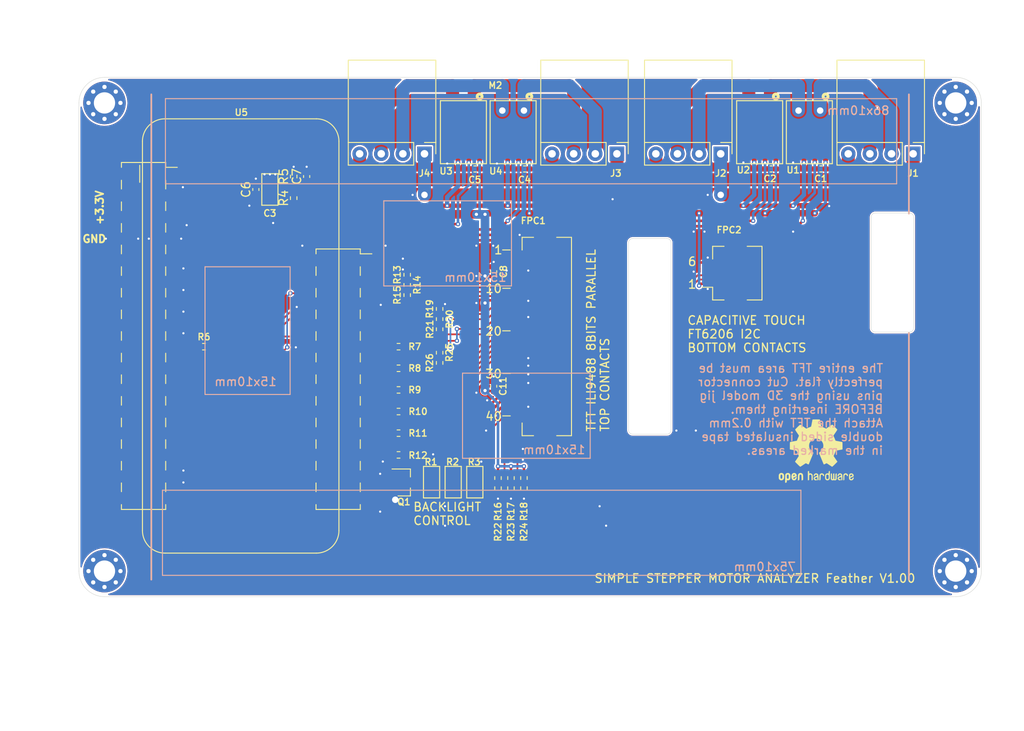
<source format=kicad_pcb>
(kicad_pcb (version 20210722) (generator pcbnew)
  (layers (0 "F.Cu" signal) (31 "B.Cu" signal) (34 "B.Paste" user) (35 "F.Paste" user) (36 "B.SilkS" user "B.Silkscreen") (37 "F.SilkS" user "F.Silkscreen") (38 "B.Mask" user) (39 "F.Mask" user) (44 "Edge.Cuts" user))
  (net 0 "")
  (net 1 "Net-(J2-Pad2)")
  (net 2 "/TFT_IM2")
  (net 3 "GND")
  (net 4 "+3V3")
  (net 5 "/TFT_IM1")
  (net 6 "Net-(J1-Pad3)")
  (net 7 "/D6")
  (net 8 "/D4")
  (net 9 "/TFT_DC")
  (net 10 "/D7")
  (net 11 "/D5")
  (net 12 "/SCL")
  (net 13 "/SDA")
  (net 14 "/D3")
  (net 15 "/D2")
  (net 16 "/D1")
  (net 17 "/D0")
  (net 18 "Net-(J1-Pad4)")
  (net 19 "/TFT_IM0")
  (net 20 "Net-(FPC1-Pad36)")
  (net 21 "Net-(FPC1-Pad35)")
  (net 22 "Net-(FPC1-Pad34)")
  (net 23 "Net-(FPC1-Pad24)")
  (net 24 "Net-(FPC1-Pad23)")
  (net 25 "Net-(FPC1-Pad22)")
  (net 26 "Net-(FPC1-Pad21)")
  (net 27 "Net-(FPC1-Pad20)")
  (net 28 "Net-(FPC1-Pad19)")
  (net 29 "/TFT_SDO")
  (net 30 "/TFT_SDI")
  (net 31 "/~{TFT_WR}_SCK")
  (net 32 "/~{TFT_CS}")
  (net 33 "Net-(FPC1-Pad8)")
  (net 39 "Net-(J1-Pad1)")
  (net 40 "Net-(J1-Pad2)")
  (net 41 "Net-(J2-Pad3)")
  (net 42 "Net-(J3-Pad1)")
  (net 43 "Net-(J3-Pad2)")
  (net 44 "Net-(J3-Pad3)")
  (net 45 "Net-(Q1-Pad3)")
  (net 46 "/TFT_BL")
  (net 47 "/~{TFT_RST}")
  (net 48 "/TFT_SYN")
  (net 49 "Net-(J3-Pad4)")
  (net 50 "Net-(J4-Pad2)")
  (net 51 "Net-(J4-Pad3)")
  (net 52 "/TFT_DC_CS")
  (net 53 "/TFT_D0_SDI")
  (net 54 "/TFT_D1_SDO")
  (net 55 "/CH1_A")
  (net 56 "/VREF")
  (net 57 "/CH1_B")
  (net 58 "/CH2_B")
  (net 59 "/CH2_A")
  (net 60 "unconnected-(U5-Pad1)")
  (net 61 "unconnected-(U5-Pad28)")
  (net 62 "unconnected-(U5-Pad27)")
  (net 63 "unconnected-(U5-Pad26)")
  (net 64 "/TP_INT")
  (net 65 "unconnected-(U5-Pad10)")
  (footprint "MountingHole:MountingHole_2.5mm_Pad_Via" (layer "F.Cu") (at 2 -58.000011)
    (fp_text reference "H2" hide)
    (fp_text value "MountingHole")
  )
  (footprint "MountingHole:MountingHole_2.5mm_Pad_Via" (layer "F.Cu") (at 102 -58)
    (fp_text reference "H3" hide)
    (fp_text value "MountingHole")
  )
  (footprint "MountingHole:MountingHole_2.5mm_Pad_Via" (layer "F.Cu") (at 102 -3)
    (fp_text reference "H4" hide)
    (fp_text value "MountingHole")
  )
  (footprint "stepper_motor_analyzer:SOIC-8_3.9x4.9mm_P1.27mm" (layer "F.Cu") (at 84.804 -54.562 -90)
    (fp_text reference "U1")
    (fp_text value "TMCS1100A4QDRQ1")
  )
  (footprint "Capacitor_SMD:C_0402_1005Metric_Pad0.74x0.62mm_HandSolder" (layer "F.Cu") (at 86.1415 -50.244)
    (fp_text reference "C1")
    (fp_text value "0.1u")
  )
  (footprint "stepper_motor_analyzer:SOIC-8_3.9x4.9mm_P1.27mm" (layer "F.Cu") (at 78.962 -54.562 -90)
    (fp_text reference "U2")
    (fp_text value "TMCS1100A4QDRQ1")
  )
  (footprint "stepper_motor_analyzer:connector_4pins_horizontal" (layer "F.Cu") (at 74.39 -52.022 -90)
    (fp_text reference "J2")
    (fp_text value "Connector_Conn_01x04_Male")
  )
  (footprint "stepper_motor_analyzer:null_footprint" (layer "F.Cu") (at 3 -0.5)
    (fp_text reference "M1" hide)
    (fp_text value "Motor")
  )
  (footprint "stepper_motor_analyzer:JUSHUO-AFC07-S40ECC-00_40P_05mm_flipped" (layer "F.Cu") (at 52.362 -30.559 90)
    (fp_text reference "FPC1")
    (fp_text value "Connector_Conn_01x40_Female")
  )
  (footprint "stepper_motor_analyzer:connector_4pins_horizontal" (layer "F.Cu") (at 96.996 -52.022 -90)
    (fp_text reference "J1")
    (fp_text value "Connector_Conn_01x04_Male")
  )
  (footprint "stepper_motor_analyzer:JUSHUO-AFC01-S06FCC-00_6p_05mm" (layer "F.Cu") (at 74.742 -38.004 90)
    (fp_text reference "FPC2")
    (fp_text value "FPC connector, 6 pins, 0.5mm, BOTTOM contacts")
  )
  (footprint "MountingHole:MountingHole_2.5mm_Pad_Via" (layer "F.Cu") (at 2 -3)
    (fp_text reference "H1" hide)
    (fp_text value "MountingHole")
  )
  (footprint "Capacitor_SMD:C_0402_1005Metric_Pad0.74x0.62mm_HandSolder" (layer "F.Cu") (at 80.2995 -50.244)
    (fp_text reference "C2")
    (fp_text value "0.1u")
  )
  (footprint "Symbol:OSHW-Logo2_9.8x8mm_SilkScreen" (layer "F.Cu") (at 85.61 -17.1)
    (fp_text reference "LOGO1" hide)
    (fp_text value "Logo_Open_Hardware_Small" hide)
  )
  (footprint "stepper_motor_analyzer:R_0805_2012Metric_Pad1.15x1.40mm_HandSolder" (layer "F.Cu") (at 42.964 -13.448 90)
    (fp_text reference "R2")
    (fp_text value "8R2")
  )
  (footprint "stepper_motor_analyzer:R_0805_2012Metric_Pad1.15x1.40mm_HandSolder" (layer "F.Cu") (at 45.504 -13.448 90)
    (fp_text reference "R3")
    (fp_text value "8R2")
  )
  (footprint "Package_TO_SOT_SMD:SOT-23" (layer "F.Cu") (at 37.179 -13.414)
    (fp_text reference "Q1")
    (fp_text value "AO3400A ")
  )
  (footprint "stepper_motor_analyzer:R_0805_2012Metric_Pad1.15x1.40mm_HandSolder" (layer "F.Cu") (at 40.424 -13.448 90)
    (fp_text reference "R1")
    (fp_text value "8R2")
  )
  (footprint "stepper_motor_analyzer:C_0805_2012Metric_Pad1.15x1.40mm_HandSolder" (layer "F.Cu") (at 21.431 -47.831 -90)
    (fp_text reference "C3")
    (fp_text value "10u")
  )
  (footprint "stepper_motor_analyzer:Adafruit_Feather_SMD_2H" (layer "F.Cu") (at 18 -30.75)
    (fp_text reference "U5")
    (fp_text value "Adafruit_Feather_RP2040")
  )
  (footprint "Capacitor_SMD:C_0402_1005Metric_Pad0.74x0.62mm_HandSolder" (layer "F.Cu") (at 25.749 -49.355 90)
    (fp_text reference "C7")
    (fp_text value "1u")
  )
  (footprint "Resistor_SMD:R_0402_1005Metric_Pad0.72x0.64mm_HandSolder" (layer "F.Cu") (at 24.225 -49.355 90)
    (fp_text reference "R5")
    (fp_text value "4.7k")
  )
  (footprint "Resistor_SMD:R_0402_1005Metric_Pad0.72x0.64mm_HandSolder" (layer "F.Cu") (at 41.37 -27.4602 90)
    (fp_text reference "R26")
    (fp_text value "0")
  )
  (footprint "Capacitor_SMD:C_0402_1005Metric_Pad0.74x0.62mm_HandSolder" (layer "F.Cu") (at 19.78 -47.831 90)
    (fp_text reference "C6")
    (fp_text value "1u")
  )
  (footprint "Resistor_SMD:R_0402_1005Metric_Pad0.72x0.64mm_HandSolder" (layer "F.Cu") (at 36.544 -19.2052 180)
    (fp_text reference "R11")
    (fp_text value "0")
  )
  (footprint "Resistor_SMD:R_0402_1005Metric_Pad0.72x0.64mm_HandSolder" (layer "F.Cu") (at 37.56 -37.8113 90)
    (fp_text reference "R13")
    (fp_text value "0")
  )
  (footprint "Capacitor_SMD:C_0402_1005Metric_Pad0.74x0.62mm_HandSolder" (layer "F.Cu") (at 51.3435 -50.244)
    (fp_text reference "C4")
    (fp_text value "0.1u")
  )
  (footprint "stepper_motor_analyzer:null_footprint" (layer "F.Cu") (at 36.36 -57.644)
    (fp_text reference "M2")
    (fp_text value "Motor")
  )
  (footprint "Resistor_SMD:R_0402_1005Metric_Pad0.72x0.64mm_HandSolder" (layer "F.Cu") (at 36.544 -24.2852 180)
    (fp_text reference "R9")
    (fp_text value "0")
  )
  (footprint "Resistor_SMD:R_0402_1005Metric_Pad0.72x0.64mm_HandSolder" (layer "F.Cu") (at 37.56 -35.4237 90)
    (fp_text reference "R15")
    (fp_text value "0")
  )
  (footprint "Resistor_SMD:R_0402_1005Metric_Pad0.72x0.64mm_HandSolder" (layer "F.Cu") (at 41.37 -33.7981 90)
    (fp_text reference "R19")
    (fp_text value "0")
  )
  (footprint "Resistor_SMD:R_0402_1005Metric_Pad0.72x0.64mm_HandSolder" (layer "F.Cu") (at 41.37 -28.654 -90)
    (fp_text reference "R25")
    (fp_text value "no_stuff")
  )
  (footprint "stepper_motor_analyzer:SOIC-8_3.9x4.9mm_P1.27mm" (layer "F.Cu") (at 44.164 -54.562 -90)
    (fp_text reference "U3")
    (fp_text value "TMCS1100A4QDRQ1")
  )
  (footprint "Resistor_SMD:R_0402_1005Metric_Pad0.72x0.64mm_HandSolder" (layer "F.Cu") (at 13.684 -29.3652 180)
    (fp_text reference "R6")
    (fp_text value "0")
  )
  (footprint "Resistor_SMD:R_0402_1005Metric_Pad0.72x0.64mm_HandSolder" (layer "F.Cu") (at 48.228 -13.9315 -90)
    (fp_text reference "R16")
    (fp_text value "0")
  )
  (footprint "Resistor_SMD:R_0402_1005Metric_Pad0.72x0.64mm_HandSolder" (layer "F.Cu") (at 41.37 -32.6043 -90)
    (fp_text reference "R20")
    (fp_text value "no_stuff")
  )
  (footprint "Resistor_SMD:R_0402_1005Metric_Pad0.72x0.64mm_HandSolder" (layer "F.Cu") (at 37.56 -36.6175 -90)
    (fp_text reference "R14")
    (fp_text value "no_stuff")
  )
  (footprint "Resistor_SMD:R_0402_1005Metric_Pad0.72x0.64mm_HandSolder" (layer "F.Cu") (at 36.544 -29.3652 180)
    (fp_text reference "R7")
    (fp_text value "0")
  )
  (footprint "Resistor_SMD:R_0402_1005Metric_Pad0.72x0.64mm_HandSolder" (layer "F.Cu") (at 49.752 -12.7377 -90)
    (fp_text reference "R23")
    (fp_text value "no_stuff")
  )
  (footprint "Resistor_SMD:R_0402_1005Metric_Pad0.72x0.64mm_HandSolder" (layer "F.Cu") (at 24.225 -46.815 90)
    (fp_text reference "R4")
    (fp_text value "4.7k")
  )
  (footprint "Capacitor_SMD:C_0402_1005Metric_Pad0.74x0.62mm_HandSolder" (layer "F.Cu") (at 47.72 -38.179 -90)
    (fp_text reference "C8")
    (fp_text value "1u")
  )
  (footprint "stepper_motor_analyzer:connector_4pins_horizontal" (layer "F.Cu") (at 62.198 -52.022 -90)
    (fp_text reference "J3")
    (fp_text value "Connector_Conn_01x04_Male")
  )
  (footprint "Resistor_SMD:R_0402_1005Metric_Pad0.72x0.64mm_HandSolder" (layer "F.Cu") (at 51.276 -12.7415 -90)
    (fp_text reference "R24")
    (fp_text value "0")
  )
  (footprint "stepper_motor_analyzer:SOIC-8_3.9x4.9mm_P1.27mm" (layer "F.Cu") (at 50.006 -54.562 -90)
    (fp_text reference "U4")
    (fp_text value "TMCS1100A4QDRQ1")
  )
  (footprint "Resistor_SMD:R_0402_1005Metric_Pad0.72x0.64mm_HandSolder" (layer "F.Cu") (at 51.276 -13.9353 -90)
    (fp_text reference "R18")
    (fp_text value "no_stuff")
  )
  (footprint "Resistor_SMD:R_0402_1005Metric_Pad0.72x0.64mm_HandSolder" (layer "F.Cu") (at 49.752 -13.9315 -90)
    (fp_text reference "R17")
    (fp_text value "0")
  )
  (footprint "Resistor_SMD:R_0402_1005Metric_Pad0.72x0.64mm_HandSolder" (layer "F.Cu") (at 36.544 -26.8252 180)
    (fp_text reference "R8")
    (fp_text value "0")
  )
  (footprint "Resistor_SMD:R_0402_1005Metric_Pad0.72x0.64mm_HandSolder" (layer "F.Cu") (at 36.544 -16.65 180)
    (fp_text reference "R12")
    (fp_text value "0")
  )
  (footprint "Resistor_SMD:R_0402_1005Metric_Pad0.72x0.64mm_HandSolder" (layer "F.Cu") (at 48.228 -12.7377 -90)
    (fp_text reference "R22")
    (fp_text value "no_stuff")
  )
  (footprint "Capacitor_SMD:C_0402_1005Metric_Pad0.74x0.62mm_HandSolder" (layer "F.Cu") (at 45.5015 -50.244)
    (fp_text reference "C5")
    (fp_text value "0.1u")
  )
  (footprint "stepper_motor_analyzer:connector_4pins_horizontal" (layer "F.Cu") (at 39.592 -52.022 -90)
    (fp_text reference "J4")
    (fp_text value "Connector_Conn_01x04_Male")
  )
  (footprint "Resistor_SMD:R_0402_1005Metric_Pad0.72x0.64mm_HandSolder" (layer "F.Cu") (at 36.544 -21.7452 180)
    (fp_text reference "R10")
    (fp_text value "0")
  )
  (footprint "Capacitor_SMD:C_0402_1005Metric_Pad0.74x0.62mm_HandSolder" (layer "F.Cu") (at 47.72 -24.717 90)
    (fp_text reference "C11")
    (fp_text value "1u")
  )
  (footprint "Resistor_SMD:R_0402_1005Metric_Pad0.72x0.64mm_HandSolder" (layer "F.Cu") (at 41.37 -31.4105 90)
    (fp_text reference "R21")
    (fp_text value "0")
  )
  (gr_line (start 95.06 -48.5) (end 9.16 -48.5) (layer "B.SilkS") (width 0.12))
  (gr_line (start 9.16 -48.5) (end 9.16 -58.5) (layer "B.SilkS") (width 0.12))
  (gr_line (start 8.81 -12.5) (end 8.81 -2.5) (layer "B.SilkS") (width 0.12))
  (gr_line (start 34.81 -36.5) (end 49.81 -36.5) (layer "B.SilkS") (width 0.12))
  (gr_line (start 34.81 -46.5) (end 34.81 -36.5) (layer "B.SilkS") (width 0.12))
  (gr_line (start 49.81 -36.5) (end 49.81 -46.5) (layer "B.SilkS") (width 0.12))
  (gr_line (start 49.81 -46.5) (end 34.81 -46.5) (layer "B.SilkS") (width 0.12))
  (gr_line (start 59.06 -16.25) (end 59.06 -26.25) (layer "B.SilkS") (width 0.12))
  (gr_line (start 44.06 -26.25) (end 44.06 -16.25) (layer "B.SilkS") (width 0.12))
  (gr_line (start 59.06 -26.25) (end 44.06 -26.25) (layer "B.SilkS") (width 0.12))
  (gr_line (start 44.06 -16.25) (end 59.06 -16.25) (layer "B.SilkS") (width 0.12))
  (gr_line (start 96.5 -31) (end 96.5 -2) (layer "B.SilkS") (width 0.2032))
  (gr_line (start 95.06 -58.5) (end 95.06 -48.5) (layer "B.SilkS") (width 0.12))
  (gr_line (start 23.81 -38.75) (end 13.81 -38.75) (layer "B.SilkS") (width 0.12))
  (gr_line (start 9.16 -58.5) (end 95.06 -58.5) (layer "B.SilkS") (width 0.12))
  (gr_line (start 13.81 -23.75) (end 23.81 -23.75) (layer "B.SilkS") (width 0.12))
  (gr_line (start 13.81 -38.75) (end 13.81 -23.75) (layer "B.SilkS") (width 0.12))
  (gr_line (start 8.81 -2.5) (end 83.81 -2.5) (layer "B.SilkS") (width 0.12))
  (gr_line (start 23.81 -23.75) (end 23.81 -38.75) (layer "B.SilkS") (width 0.12))
  (gr_line (start 83.81 -2.5) (end 83.81 -12.5) (layer "B.SilkS") (width 0.12))
  (gr_line (start 7.5 -2) (end 7.5 -59) (layer "B.SilkS") (width 0.2032))
  (gr_line (start 96.5 -59) (end 96.5 -45) (layer "B.SilkS") (width 0.2032))
  (gr_line (start 83.81 -12.5) (end 8.81 -12.5) (layer "B.SilkS") (width 0.12))
  (gr_line (start 49.6569 -31.228) (end 48.7679 -31.228) (layer "F.SilkS") (width 0.12))
  (gr_line (start 49.6696 -36.2191) (end 48.7806 -36.2191) (layer "F.SilkS") (width 0.12))
  (gr_line (start 49.6569 -40.7276) (end 48.7679 -40.7276) (layer "F.SilkS") (width 0.12))
  (gr_line (start 49.6696 -21.2331) (end 48.7806 -21.2331) (layer "F.SilkS") (width 0.12))
  (gr_line (start 49.6823 -26.2242) (end 48.7933 -26.2242) (layer "F.SilkS") (width 0.12))
  (gr_line (start 2 0) (end 102.01 0) (layer "Edge.Cuts") (width 0.05))
  (gr_line (start 64.062 -42.074) (end 68.062 -42.074) (layer "Edge.Cuts") (width 0.05))
  (gr_line (start 63.562 -41.574) (end 63.562 -19.574) (layer "Edge.Cuts") (width 0.05))
  (gr_line (start 64.062 -19.074) (end 68.062 -19.074) (layer "Edge.Cuts") (width 0.05))
  (gr_line (start 68.562 -41.574) (end 68.562 -19.574) (layer "Edge.Cuts") (width 0.05))
  (gr_arc (start 2 -3) (end -1 -3) (angle -90) (layer "Edge.Cuts") (width 0.05))
  (gr_arc (start 2 -58) (end 2 -61) (angle -90) (layer "Edge.Cuts") (width 0.05))
  (gr_arc (start 92.562 -31.574) (end 92.062 -31.574) (angle -90) (layer "Edge.Cuts") (width 0.05))
  (gr_arc (start 102.01 -58) (end 102.01 -61) (angle 90) (layer "Edge.Cuts") (width 0.05))
  (gr_arc (start 68.062 -19.574) (end 68.062 -19.074) (angle -90) (layer "Edge.Cuts") (width 0.05))
  (gr_arc (start 92.562 -44.574) (end 92.562 -45.074) (angle -90) (layer "Edge.Cuts") (width 0.05))
  (gr_line (start 92.562 -31.074) (end 96.562 -31.074) (layer "Edge.Cuts") (width 0.05))
  (gr_arc (start 64.062 -41.574) (end 64.062 -42.074) (angle -90) (layer "Edge.Cuts") (width 0.05))
  (gr_line (start -1 -3) (end -1 -58) (layer "Edge.Cuts") (width 0.05))
  (gr_arc (start 96.562 -44.574) (end 97.062 -44.574) (angle -90) (layer "Edge.Cuts") (width 0.05))
  (gr_line (start 2 -61) (end 102.01 -61) (layer "Edge.Cuts") (width 0.05))
  (gr_line (start 105.01 -3) (end 105.01 -58) (layer "Edge.Cuts") (width 0.05))
  (gr_arc (start 102.01 -3) (end 105.01 -3) (angle 90) (layer "Edge.Cuts") (width 0.05))
  (gr_arc (start 68.062 -41.574) (end 68.562 -41.574) (angle -90) (layer "Edge.Cuts") (width 0.05))
  (gr_arc (start 96.562 -31.574) (end 96.562 -31.074) (angle -90) (layer "Edge.Cuts") (width 0.05))
  (gr_arc (start 64.062 -19.574) (end 63.562 -19.574) (angle -90) (layer "Edge.Cuts") (width 0.05))
  (gr_line (start 92.562 -45.074) (end 96.562 -45.074) (layer "Edge.Cuts") (width 0.05))
  (gr_line (start 97.062 -44.574) (end 97.062 -31.574) (layer "Edge.Cuts") (width 0.05))
  (gr_line (start 92.062 -44.574) (end 92.062 -31.574) (layer "Edge.Cuts") (width 0.05))
  (gr_text "The entire TFT area must be\nperfectly flat. Cut connector\npins using the 3D model jig\nBEFORE inserting them.\nAttach the TFT with 0.2mm\ndouble sided insulated tape\nin the marked areas." (at 93.56 -22) (layer "B.SilkS") (effects (font (size 1 1) (thickness 0.1524)) (justify left mirror)))
  (gr_text "15x10mm" (at 49.31 -37.5) (layer "B.SilkS") (effects (font (size 1 1) (thickness 0.1524)) (justify left mirror)))
  (gr_text "86x10mm" (at 94.3 -57.1) (layer "B.SilkS") (effects (font (size 1 1) (thickness 0.1524)) (justify left mirror)))
  (gr_text "75x10mm" (at 83.31 -3.5) (layer "B.SilkS") (effects (font (size 1 1) (thickness 0.1524)) (justify left mirror)))
  (gr_text "15x10mm" (at 22.31 -25.25) (layer "B.SilkS") (effects (font (size 1 1) (thickness 0.1524)) (justify left mirror)))
  (gr_text "15x10mm" (at 58.56 -17.25) (layer "B.SilkS") (effects (font (size 1 1) (thickness 0.1524)) (justify left mirror)))
  (gr_text "40" (at 47.7138 -21.1696) (layer "F.SilkS") (effects (font (size 1 1))))
  (gr_text "1" (at 71.031 -36.689) (layer "F.SilkS") (effects (font (size 1 1))))
  (gr_text "CAPACITIVE TOUCH\nFT6206 I2C\nBOTTOM CONTACTS" (at 70.396 -30.847) (layer "F.SilkS") (effects (font (size 1 1)) (justify left)))
  (gr_text "TFT ILI9488 8BITS PARALLEL\nTOP CONTACTS" (at 59.982 -19.29 90) (layer "F.SilkS") (effects (font (size 1 1)) (justify left)))
  (gr_text "GND" (at 0.8 -42.023005) (layer "F.SilkS") (effects (font (size 0.889 0.889) (thickness 0.2032))))
  (gr_text "30" (at 47.7138 -26.1734) (layer "F.SilkS") (effects (font (size 1 1))))
  (gr_text "20" (at 47.7138 -31.1772) (layer "F.SilkS") (effects (font (size 1 1))))
  (gr_text "10" (at 47.7138 -36.181) (layer "F.SilkS") (effects (font (size 1 1))))
  (gr_text "6" (at 71.031 -39.356) (layer "F.SilkS") (effects (font (size 1 1))))
  (gr_text "SIMPLE STEPPER MOTOR ANALYZER Feather V1.00" (at 59.474 -2.145) (layer "F.SilkS") (effects (font (size 1 1)) (justify left)))
  (gr_text "BACKLIGHT\nCONTROL" (at 38.195 -9.731) (layer "F.SilkS") (effects (font (size 1 1)) (justify left)))
  (gr_text "+3.3V" (at 1.435 -45.706 90) (layer "F.SilkS") (effects (font (size 0.889 0.889) (thickness 0.2032))))
  (gr_text "1" (at 48.2662 -40.7276) (layer "F.SilkS") (effects (font (size 1 1))))
  (via (at 83.534 -57.102) (size 1.27) (drill 0.762) (layers "F.Cu" "B.Cu") (net 1))
  (segment (start 83.534 -60.023) (end 83.534 -57.102) (width 1.524) (layer "B.Cu") (net 1))
  (segment (start 72.358 -60.023) (end 83.534 -60.023) (width 1.524) (layer "B.Cu") (net 1))
  (segment (start 71.85 -52.022) (end 71.85 -59.515) (width 1.524) (layer "B.Cu") (net 1))
  (segment (start 71.85 -59.515) (end 72.358 -60.023) (width 1.524) (layer "B.Cu") (net 1))
  (segment (start 50.512 -20.809) (end 50.512 -13.7664) (width 0.2032) (layer "F.Cu") (net 2))
  (segment (start 50.9394 -13.339) (end 51.276 -13.339) (width 0.2032) (layer "F.Cu") (net 2))
  (segment (start 50.512 -13.7664) (end 50.9394 -13.339) (width 0.2032) (layer "F.Cu") (net 2))
  (segment (start 36.163 -12.448) (end 36.179 -12.464) (width 0.762) (layer "F.Cu") (net 3))
  (segment (start 36.163 -11.382) (end 36.163 -12.448) (width 0.762) (layer "F.Cu") (net 3))
  (via (at 11.271 -13.414) (size 0.508) (drill 0.254) (layers "F.Cu" "B.Cu") (net 3))
  (via (at 61.69 -46.688) (size 0.508) (drill 0.254) (layers "F.Cu" "B.Cu") (net 3))
  (via (at 21.812 -43.894) (size 0.508) (drill 0.254) (layers "F.Cu" "B.Cu") (net 3))
  (via (at 21.431 -49.609) (size 0.508) (drill 0.254) (layers "F.Cu" "B.Cu") (net 3))
  (via (at 11.271 -33.48) (size 0.508) (drill 0.254) (layers "F.Cu" "B.Cu") (net 3))
  (via (at 35.02 -41.227) (size 0.508) (drill 0.254) (layers "F.Cu" "B.Cu") (net 3))
  (via (at 51.149 -16.081) (size 0.508) (drill 0.254) (layers "F.Cu" "B.Cu") (net 3))
  (via (at 42.259 -50.879) (size 0.508) (drill 0.254) (layers "F.Cu" "B.Cu") (net 3))
  (via (at 24.225 -50.498) (size 0.508) (drill 0.254) (layers "F.Cu" "B.Cu") (net 3))
  (via (at 25.749 -50.498) (size 0.508) (drill 0.254) (layers "F.Cu" "B.Cu") (net 3))
  (via (at 34.696291 -15.86968) (size 0.508) (drill 0.254) (layers "F.Cu" "B.Cu") (net 3))
  (via (at 42.005 -8.334) (size 0.508) (drill 0.254) (layers "F.Cu" "B.Cu") (net 3))
  (via (at 82.899 -42.878) (size 0.508) (drill 0.254) (layers "F.Cu" "B.Cu") (net 3))
  (via (at 71.469 -19.51) (size 0.508) (drill 0.254) (layers "F.Cu" "B.Cu") (net 3))
  (via (at 11.271 -14.811) (size 0.508) (drill 0.254) (layers "F.Cu" "B.Cu") (net 3))
  (via (at 42.005 -10.62) (size 0.508) (drill 0.254) (layers "F.Cu" "B.Cu") (net 3))
  (via (at 50.768 -42.497) (size 0.508) (drill 0.254) (layers "F.Cu" "B.Cu") (net 3))
  (via (at 11.01 -42.05) (size 0.508) (drill 0.254) (layers "F.Cu" "B.Cu") (net 3))
  (via (at 47.66108 -41.227) (size 0.508) (drill 0.254) (layers "F.Cu" "B.Cu") (net 3))
  (via (at 51.784 -32.845) (size 0.508) (drill 0.254) (layers "F.Cu" "B.Cu") (net 3))
  (via (at 51.784 -25.098) (size 0.508) (drill 0.254) (layers "F.Cu" "B.Cu") (net 3))
  (via (at 51.784 -22.304) (size 0.508) (drill 0.254) (layers "F.Cu" "B.Cu") (net 3))
  (via (at 11.21 -48.1) (size 0.508) (drill 0.254) (layers "F.Cu" "B.Cu") (net 3))
  (via (at 24.479 -29.289) (size 0.508) (drill 0.254) (layers "F.Cu" "B.Cu") (net 3))
  (via (at 5.96 -42.05) (size 0.508) (drill 0.254) (layers "F.Cu" "B.Cu") (net 3))
  (via (at 22.066 -49.609) (size 0.508) (drill 0.254) (layers "F.Cu" "B.Cu") (net 3))
  (via (at 60.928 -8.334) (size 0.508) (drill 0.254) (layers "F.Cu" "B.Cu") (net 3))
  (via (at 69.183 -19.51) (size 0.508) (drill 0.254) (layers "F.Cu" "B.Cu") (net 3))
  (via (at 46.958 -23.066) (size 0.508) (drill 0.254) (layers "F.Cu" "B.Cu") (net 3))
  (via (at 20.796 -49.609) (size 0.508) (drill 0.254) (layers "F.Cu" "B.Cu") (net 3))
  (via (at 2.16 -42.05) (size 0.508) (drill 0.254) (layers "F.Cu" "B.Cu") (net 3))
  (via (at 46.831 -19.51) (size 0.508) (drill 0.254) (layers "F.Cu" "B.Cu") (net 3))
  (via (at 49.244 -38.306) (size 0.508) (drill 0.254) (layers "F.Cu" "B.Cu") (net 3))
  (via (at 60.166 -10.62) (size 0.508) (drill 0.254) (layers "F.Cu" "B.Cu") (net 3))
  (via (at 51.784 -27.13) (size 0.508) (drill 0.254) (layers "F.Cu" "B.Cu") (net 3))
  (via (at 7.21 -42.05) (size 0.508) (drill 0.254) (layers "F.Cu" "B.Cu") (net 3))
  (via (at 72.866 -39.83) (size 0.508) (drill 0.254) (layers "F.Cu" "B.Cu") (net 3))
  (via (at 87.134311 -45.881689) (size 0.508) (drill 0.254) (layers "F.Cu" "B.Cu") (net 3))
  (via (at 48.482 -25.352) (size 0.508) (drill 0.254) (layers "F.Cu" "B.Cu") (net 3))
  (via (at 37.052 -39.703) (size 0.508) (drill 0.254) (layers "F.Cu" "B.Cu") (net 3))
  (via (at 82.899 -51.006) (size 0.508) (drill 0.254) (layers "F.Cu" "B.Cu") (net 3))
  (via (at 51.784 -28.019) (size 0.508) (drill 0.254) (layers "F.Cu" "B.Cu") (net 3))
  (via (at 36.163 -11.382) (size 1.27) (drill 0.762) (layers "F.Cu" "B.Cu") (net 3))
  (via (at 71.215 -38.179) (size 0.508) (drill 0.254) (layers "F.Cu" "B.Cu") (net 3))
  (via (at 40.608 -16.716) (size 0.508) (drill 0.254) (layers "F.Cu" "B.Cu") (net 3))
  (via (at 19.78 -49.101) (size 0.508) (drill 0.254) (layers "F.Cu" "B.Cu") (net 3))
  (via (at 47.72 -25.86) (size 0.508) (drill 0.254) (layers "F.Cu" "B.Cu") (net 3))
  (via (at 34.385 -9.985) (size 0.508) (drill 0.254) (layers "F.Cu" "B.Cu") (net 3))
  (via (at 51.149 -17.351) (size 0.508) (drill 0.254) (layers "F.Cu" "B.Cu") (net 3))
  (via (at 34.385 -14.43) (size 0.508) (drill 0.254) (layers "F.Cu" "B.Cu") (net 3))
  (via (at 38.195 -47.196) (size 0.508) (drill 0.254) (layers "F.Cu" "B.Cu") (net 3))
  (via (at 11.271 -36.02) (size 0.508) (drill 0.254) (layers "F.Cu" "B.Cu") (net 3))
  (via (at 42.005 -34.369) (size 0.508) (drill 0.254) (layers "F.Cu" "B.Cu") (net 3))
  (via (at 71.215 -42.878) (size 0.508) (drill 0.254) (layers "F.Cu" "B.Cu") (net 3))
  (via (at 19.018 -45.926) (size 0.508) (drill 0.254) (layers "F.Cu" "B.Cu") (net 3))
  (via (at 72.485 -42.878) (size 0.508) (drill 0.254) (layers "F.Cu" "B.Cu") (net 3))
  (via (at 48.101 -50.879) (size 0.508) (drill 0.254) (layers "F.Cu" "B.Cu") (net 3))
  (via (at 77.057 -51.006) (size 0.508) (drill 0.254) (layers "F.Cu" "B.Cu") (net 3))
  (via (at 51.276 -11.509) (size 0.508) (drill 0.254) (layers "F.Cu" "B.Cu") (net 3))
  (via (at 47.72 -39.322) (size 0.508) (drill 0.254) (layers "F.Cu" "B.Cu") (net 3))
  (via (at 25.241 -41.227) (size 0.508) (drill 0.254) (layers "F.Cu" "B.Cu") (net 3))
  (via (at 24.582629 -34.03068) (size 0.508) (drill 0.254) (layers "F.Cu" "B.Cu") (net 3))
  (via (at 11.271 -38.56) (size 0.508) (drill 0.254) (layers "F.Cu" "B.Cu") (net 3))
  (via (at 46.266 -15.861) (size 0.508) (drill 0.254) (layers "F.Cu" "B.Cu") (net 3))
  (via (at 34.455 -34.276) (size 0.508) (drill 0.254) (layers "F.Cu" "B.Cu") (net 3))
  (via (at 49.752 -11.509) (size 0.508) (drill 0.254) (layers "F.Cu" "B.Cu") (net 3))
  (via (at 51.784 -34.75) (size 0.508) (drill 0.254) (layers "F.Cu" "B.Cu") (net 3))
  (via (at 45.688 -34.496) (size 0.508) (drill 0.254) (layers "F.Cu" "B.Cu") (net 3))
  (via (at 37.052 -38.433) (size 0.508) (drill 0.254) (layers "F.Cu" "B.Cu") (net 3))
  (via (at 45.688 -23.955) (size 0.508) (drill 0.254) (layers "F.Cu" "B.Cu") (net 3))
  (via (at 72.866 -36.147) (size 0.508) (drill 0.254) (layers "F.Cu" "B.Cu") (net 3))
  (via (at 51.784 -26.114) (size 0.508) (drill 0.254) (layers "F.Cu" "B.Cu") (net 3))
  (via (at 45.688 -37.671) (size 0.508) (drill 0.254) (layers "F.Cu" "B.Cu") (net 3))
  (via (at 72.866 -47.196) (size 0.508) (drill 0.254) (layers "F.Cu" "B.Cu") (net 3))
  (via (at 11.652 -43.64) (size 0.508) (drill 0.254) (layers "F.Cu" "B.Cu") (net 3))
  (via (at 48.228 -11.509) (size 0.508) (drill 0.254) (layers "F.Cu" "B.Cu") (net 3))
  (via (at 51.784 -38.306) (size 0.508) (drill 0.254) (layers "F.Cu" "B.Cu") (net 3))
  (via (at 11.271 -30.94) (size 0.508) (drill 0.254) (layers "F.Cu" "B.Cu") (net 3))
  (via (at 45.688 -41.227) (size 0.508) (drill 0.254) (layers "F.Cu" "B.Cu") (net 3))
  (segment (start 24.225 -46.2175) (end 24.225 -44.91) (width 0.508) (layer "F.Cu") (net 4))
  (segment (start 10.572 -47.133) (end 9.11 -47.133) (width 1.016) (layer "F.Cu") (net 4))
  (segment (start 21.431 -46.806) (end 21.431 -44.91) (width 1.016) (layer "F.Cu") (net 4))
  (segment (start 46.704 -44.909994) (end 46.831006 -45.037) (width 0.762) (layer "F.Cu") (net 4))
  (segment (start 48.201 -24.309) (end 48.0415 -24.1495) (width 0.3048) (layer "F.Cu") (net 4))
  (segment (start 47.72 -37.6115) (end 46.7635 -37.6115) (width 0.4064) (layer "F.Cu") (net 4))
  (segment (start 49.498 -37.544) (end 49.733 -37.309) (width 0.3048) (layer "F.Cu") (net 4))
  (segment (start 50.512 -34.809) (end 47.017 -34.809) (width 0.3048) (layer "F.Cu") (net 4))
  (segment (start 72.076 -36.754) (end 71.85 -36.528) (width 0.3048) (layer "F.Cu") (net 4))
  (segment (start 47.72 -24.1495) (end 46.7635 -24.1495) (width 0.3048) (layer "F.Cu") (net 4))
  (segment (start 19.78 -47.2635) (end 19.78 -44.91) (width 0.508) (layer "F.Cu") (net 4))
  (segment (start 4.07 -47.133) (end 9.11 -47.133) (width 1.016) (layer "F.Cu") (net 4))
  (segment (start 46.7635 -37.6115) (end 46.704 -37.671) (width 0.4064) (layer "F.Cu") (net 4))
  (segment (start 49.498 -37.544) (end 48.355 -37.544) (width 0.3048) (layer "F.Cu") (net 4))
  (segment (start 49.733 -37.309) (end 50.512 -37.309) (width 0.3048) (layer "F.Cu") (net 4))
  (segment (start 80.867 -52.087) (end 80.867 -51.006) (width 0.3048) (layer "F.Cu") (net 4))
  (segment (start 80.867 -50.244) (end 80.867 -51.006) (width 0.3048) (layer "F.Cu") (net 4))
  (segment (start 51.911 -52.087) (end 51.911 -51.006) (width 0.3048) (layer "F.Cu") (net 4))
  (segment (start 50.512 -24.309) (end 48.201 -24.309) (width 0.3048) (layer "F.Cu") (net 4))
  (segment (start 46.7635 -24.1495) (end 46.704 -24.209) (width 0.3048) (layer "F.Cu") (net 4))
  (segment (start 50.512 -37.809) (end 49.763 -37.809) (width 0.3048) (layer "F.Cu") (net 4))
  (segment (start 9.11 -47.133) (end 9.11 -44.593) (width 1.016) (layer "F.Cu") (net 4))
  (segment (start 86.709 -50.244) (end 86.709 -51.006) (width 0.3048) (layer "F.Cu") (net 4))
  (segment (start 24.225 -44.91) (end 46.703994 -44.91) (width 1.016) (layer "F.Cu") (net 4))
  (segment (start 11.906 -45.799) (end 10.572 -47.133) (width 1.016) (layer "F.Cu") (net 4))
  (segment (start 48.228 -14.529) (end 48.228 -15.319) (width 0.3048) (layer "F.Cu") (net 4))
  (segment (start 4.07 -47.133) (end 4.07 -44.593) (width 1.016) (layer "F.Cu") (net 4))
  (segment (start 46.831006 -45.037) (end 51.911 -45.037) (width 0.762) (layer "F.Cu") (net 4))
  (segment (start 72.892 -36.754) (end 72.076 -36.754) (width 0.3048) (layer "F.Cu") (net 4))
  (segment (start 11.906 -45.037) (end 12.033 -44.91) (width 1.016) (layer "F.Cu") (net 4))
  (segment (start 48.355 -37.544) (end 48.2875 -37.6115) (width 0.3048) (layer "F.Cu") (net 4))
  (segment (start 48.0415 -24.1495) (end 47.72 -24.1495) (width 0.3048) (layer "F.Cu") (net 4))
  (segment (start 9.11 -44.593) (end 4.07 -44.593) (width 1.016) (layer "F.Cu") (net 4))
  (segment (start 46.069 -50.244) (end 46.069 -51.006) (width 0.3048) (layer "F.Cu") (net 4))
  (segment (start 71.85 -45.037) (end 51.911 -45.037) (width 0.762) (layer "F.Cu") (net 4))
  (segment (start 49.752 -14.529) (end 49.752 -15.319) (width 0.3048) (layer "F.Cu") (net 4))
  (segment (start 51.276 -14.5328) (end 51.276 -15.319) (width 0.3048) (layer "F.Cu") (net 4))
  (segment (start 86.709 -52.087) (end 86.709 -51.006) (width 0.3048) (layer "F.Cu") (net 4))
  (segment (start 11.462 -44.593) (end 11.906 -45.037) (width 1.016) (layer "F.Cu") (net 4))
  (segment (start 47.017 -34.809) (end 46.704 -34.496) (width 0.3048) (layer "F.Cu") (net 4))
  (segment (start 51.911 -50.244) (end 51.911 -51.006) (width 0.3048) (layer "F.Cu") (net 4))
  (segment (start 48.2875 -37.6115) (end 47.72 -37.6115) (width 0.3048) (layer "F.Cu") (net 4))
  (segment (start 46.703994 -44.91) (end 46.704 -44.909994) (width 1.016) (layer "F.Cu") (net 4))
  (segment (start 71.85 -45.037) (end 85.439 -45.037) (width 0.762) (layer "F.Cu") (net 4))
  (segment (start 46.069 -52.087) (end 46.069 -51.006) (width 0.3048) (layer "F.Cu") (net 4))
  (segment (start 49.763 -37.809) (end 49.498 -37.544) (width 0.3048) (layer "F.Cu") (net 4))
  (segment (start 9.11 -44.593) (end 11.462 -44.593) (width 1.016) (layer "F.Cu") (net 4))
  (segment (start 12.033 -44.91) (end 24.225 -44.91) (width 1.016) (layer "F.Cu") (net 4))
  (segment (start 11.906 -45.037) (end 11.906 -45.799) (width 1.016) (layer "F.Cu") (net 4))
  (via (at 86.709 -51.006) (size 0.508) (drill 0.254) (layers "F.Cu" "B.Cu") (net 4))
  (via (at 46.704 -34.496) (size 0.762) (drill 0.381) (layers "F.Cu" "B.Cu") (net 4))
  (via (at 51.276 -15.319) (size 0.508) (drill 0.254) (layers "F.Cu" "B.Cu") (net 4))
  (via (at 71.85 -36.528) (size 0.508) (drill 0.254) (layers "F.Cu" "B.Cu") (net 4))
  (via (at 51.911 -45.037) (size 0.508) (drill 0.254) (layers "F.Cu" "B.Cu") (net 4))
  (via (at 79.597 -45.037) (size 0.508) (drill 0.254) (layers "F.Cu" "B.Cu") (net 4))
  (via (at 71.85 -45.037) (size 0.508) (drill 0.254) (layers "F.Cu" "B.Cu") (net 4))
  (via (at 46.704 -37.671) (size 0.762) (drill 0.381) (layers "F.Cu" "B.Cu") (net 4))
  (via (at 49.752 -15.319) (size 0.508) (drill 0.254) (layers "F.Cu" "B.Cu") (net 4))
  (via (at 46.069 -51.006) (size 0.508) (drill 0.254) (layers "F.Cu" "B.Cu") (net 4))
  (via (at 45.688 -44.91) (size 0.762) (drill 0.381) (layers "F.Cu" "B.Cu") (net 4))
  (via (at 80.867 -51.006) (size 0.508) (drill 0.254) (layers "F.Cu" "B.Cu") (net 4))
  (via (at 85.439 -45.037) (size 0.508) (drill 0.254) (layers "F.Cu" "B.Cu") (net 4))
  (via (at 51.911 -51.006) (size 0.508) (drill 0.254) (layers "F.Cu" "B.Cu") (net 4))
  (via (at 46.704 -24.209) (size 0.762) (drill 0.381) (layers "F.Cu" "B.Cu") (net 4))
  (via (at 46.704 -44.909994) (size 0.762) (drill 0.381) (layers "F.Cu" "B.Cu") (net 4))
  (via (at 48.228 -15.319) (size 0.508) (drill 0.254) (layers "F.Cu" "B.Cu") (net 4))
  (segment (start 46.704 -44.909994) (end 46.704 -37.671) (width 1.016) (layer "B.Cu") (net 4))
  (segment (start 80.867 -51.006) (end 80.867 -46.307) (width 0.3048) (layer "B.Cu") (net 4))
  (segment (start 46.704 -24.209) (end 46.704 -34.496) (width 1.016) (layer "B.Cu") (net 4))
  (segment (start 51.911 -51.006) (end 51.911 -45.037) (width 0.3048) (layer "B.Cu") (net 4))
  (segment (start 48.228 -22.685) (end 48.228 -15.319) (width 0.3048) (layer "B.Cu") (net 4))
  (segment (start 86.709 -46.307) (end 85.439 -45.037) (width 0.3048) (layer "B.Cu") (net 4))
  (segment (start 46.069 -51.006) (end 46.069 -44.91) (width 0.3048) (layer "B.Cu") (net 4))
  (segment (start 71.85 -36.528) (end 71.85 -45.037) (width 0.3048) (layer "B.Cu") (net 4))
  (segment (start 86.709 -51.006) (end 86.709 -46.307) (width 0.3048) (layer "B.Cu") (net 4))
  (segment (start 46.704 -24.209) (end 48.228 -22.685) (width 0.3048) (layer "B.Cu") (net 4))
  (segment (start 46.703994 -44.91) (end 46.704 -44.909994) (width 1.016) (layer "B.Cu") (net 4))
  (segment (start 46.704 -37.671) (end 46.704 -34.496) (width 1.016) (layer "B.Cu") (net 4))
  (segment (start 45.688 -44.91) (end 46.703994 -44.91) (width 1.016) (layer "B.Cu") (net 4))
  (segment (start 49.752 -15.319) (end 48.228 -15.319) (width 0.3048) (layer "B.Cu") (net 4))
  (segment (start 51.276 -15.319) (end 49.752 -15.319) (width 0.3048) (layer "B.Cu") (net 4))
  (segment (start 80.867 -46.307) (end 79.597 -45.037) (width 0.3048) (layer "B.Cu") (net 4))
  (segment (start 48.99 -20.653) (end 49.646 -21.309) (width 0.2032) (layer "F.Cu") (net 5))
  (segment (start 48.99 -13.795) (end 48.99 -20.653) (width 0.2032) (layer "F.Cu") (net 5))
  (segment (start 49.752 -13.3352) (end 49.4498 -13.3352) (width 0.2032) (layer "F.Cu") (net 5))
  (segment (start 49.4498 -13.3352) (end 48.99 -13.795) (width 0.2032) (layer "F.Cu") (net 5))
  (segment (start 49.646 -21.309) (end 50.512 -21.309) (width 0.2032) (layer "F.Cu") (net 5))
  (segment (start 91.916 -59.515) (end 91.408 -60.023) (width 1.524) (layer "F.Cu") (net 6))
  (segment (start 91.916 -52.022) (end 91.916 -59.515) (width 1.524) (layer "F.Cu") (net 6))
  (segment (start 80.232 -60.023) (end 80.232 -56.848) (width 1.524) (layer "F.Cu") (net 6))
  (segment (start 91.408 -60.023) (end 80.232 -60.023) (width 1.524) (layer "F.Cu") (net 6))
  (segment (start 35.9343 -19.193) (end 35.9465 -19.2052) (width 0.2032) (layer "F.Cu") (net 7))
  (segment (start 26.93 -19.193) (end 31.97 -19.193) (width 0.508) (layer "F.Cu") (net 7))
  (segment (start 31.97 -19.193) (end 35.9343 -19.193) (width 0.2032) (layer "F.Cu") (net 7))
  (segment (start 35.9343 -24.273) (end 35.9465 -24.2852) (width 0.2032) (layer "F.Cu") (net 8))
  (segment (start 26.93 -24.273) (end 31.97 -24.273) (width 0.508) (layer "F.Cu") (net 8))
  (segment (start 31.97 -24.273) (end 35.9343 -24.273) (width 0.2032) (layer "F.Cu") (net 8))
  (segment (start 37.56 -34.8262) (end 38.5428 -35.809) (width 0.2032) (layer "F.Cu") (net 9))
  (segment (start 38.5428 -35.809) (end 50.512 -35.809) (width 0.2032) (layer "F.Cu") (net 9))
  (segment (start 35.9435 -16.653) (end 35.9465 -16.65) (width 0.2032) (layer "F.Cu") (net 10))
  (segment (start 26.93 -16.653) (end 31.97 -16.653) (width 0.508) (layer "F.Cu") (net 10))
  (segment (start 31.97 -16.653) (end 35.9435 -16.653) (width 0.2032) (layer "F.Cu") (net 10))
  (segment (start 31.97 -21.733) (end 35.9343 -21.733) (width 0.2032) (layer "F.Cu") (net 11))
  (segment (start 35.9343 -21.733) (end 35.9465 -21.7452) (width 0.2032) (layer "F.Cu") (net 11))
  (segment (start 26.93 -21.733) (end 31.97 -21.733) (width 0.508) (layer "F.Cu") (net 11))
  (segment (start 31.97 -14.113) (end 33.559 -14.113) (width 0.2032) (layer "F.Cu") (net 12))
  (segment (start 60.563728 -9.985) (end 69.818 -19.239272) (width 0.2032) (layer "F.Cu") (net 12))
  (segment (start 33.559 -14.113) (end 34.258 -13.414) (width 0.2032) (layer "F.Cu") (net 12))
  (segment (start 71.679 -37.754) (end 72.892 -37.754) (width 0.2032) (layer "F.Cu") (net 12))
  (segment (start 26.93 -14.113) (end 31.97 -14.113) (width 0.508) (layer "F.Cu") (net 12))
  (segment (start 34.258 -13.414) (end 34.258 -11.763) (width 0.2032) (layer "F.Cu") (net 12))
  (segment (start 69.818 -19.239272) (end 69.818 -35.893) (width 0.2032) (layer "F.Cu") (net 12))
  (segment (start 69.818 -35.893) (end 71.679 -37.754) (width 0.2032) (layer "F.Cu") (net 12))
  (segment (start 36.036 -9.985) (end 60.563728 -9.985) (width 0.2032) (layer "F.Cu") (net 12))
  (segment (start 34.258 -11.763) (end 36.036 -9.985) (width 0.2032) (layer "F.Cu") (net 12))
  (segment (start 71.797218 -37.254) (end 70.308709 -35.765491) (width 0.2032) (layer "F.Cu") (net 13))
  (segment (start 70.308709 -18.984709) (end 60.818291 -9.494291) (width 0.2032) (layer "F.Cu") (net 13))
  (segment (start 60.818291 -9.494291) (end 35.751909 -9.494291) (width 0.2032) (layer "F.Cu") (net 13))
  (segment (start 35.751909 -9.494291) (end 33.6732 -11.573) (width 0.2032) (layer "F.Cu") (net 13))
  (segment (start 26.93 -11.573) (end 31.97 -11.573) (width 0.508) (layer "F.Cu") (net 13))
  (segment (start 33.6732 -11.573) (end 31.97 -11.573) (width 0.2032) (layer "F.Cu") (net 13))
  (segment (start 72.892 -37.254) (end 71.797218 -37.254) (width 0.2032) (layer "F.Cu") (net 13))
  (segment (start 70.308709 -35.765491) (end 70.308709 -18.984709) (width 0.2032) (layer "F.Cu") (net 13))
  (segment (start 31.97 -26.813) (end 35.9343 -26.813) (width 0.2032) (layer "F.Cu") (net 14))
  (segment (start 26.93 -26.813) (end 31.97 -26.813) (width 0.508) (layer "F.Cu") (net 14))
  (segment (start 35.9343 -26.813) (end 35.9465 -26.8252) (width 0.2032) (layer "F.Cu") (net 14))
  (segment (start 35.9343 -29.353) (end 35.9465 -29.3652) (width 0.2032) (layer "F.Cu") (net 15))
  (segment (start 31.97 -29.353) (end 35.9343 -29.353) (width 0.2032) (layer "F.Cu") (net 15))
  (segment (start 26.93 -29.353) (end 31.97 -29.353) (width 0.508) (layer "F.Cu") (net 15))
  (segment (start 48.462 -31.809) (end 43.5157 -26.8627) (width 0.2032) (layer "F.Cu") (net 16))
  (segment (start 43.5157 -26.8627) (end 41.37 -26.8627) (width 0.2032) (layer "F.Cu") (net 16))
  (segment (start 50.512 -31.809) (end 48.462 -31.809) (width 0.2032) (layer "F.Cu") (net 16))
  (segment (start 46.866866 -30.813) (end 41.37 -30.813) (width 0.2032) (layer "F.Cu") (net 17))
  (segment (start 50.512 -32.309) (end 48.362866 -32.309) (width 0.2032) (layer "F.Cu") (net 17))
  (segment (start 48.362866 -32.309) (end 46.866866 -30.813) (width 0.2032) (layer "F.Cu") (net 17))
  (segment (start 89.376 -52.022) (end 89.376 -49.736) (width 1.524) (layer "F.Cu") (net 18))
  (segment (start 68.613019 -48.9769) (end 66.77 -50.819919) (width 1.524) (layer "F.Cu") (net 18))
  (segment (start 66.77 -50.819919) (end 66.77 -52.022) (width 1.524) (layer "F.Cu") (net 18))
  (segment (start 89.376 -49.736) (end 88.6169 -48.9769) (width 1.524) (layer "F.Cu") (net 18))
  (segment (start 88.6169 -48.9769) (end 68.613019 -48.9769) (width 1.524) (layer "F.Cu") (net 18))
  (segment (start 47.466 -13.795) (end 47.927 -13.334) (width 0.2032) (layer "F.Cu") (net 19))
  (segment (start 49.55535 -21.809) (end 47.466 -19.71965) (width 0.2032) (layer "F.Cu") (net 19))
  (segment (start 50.512 -21.809) (end 49.55535 -21.809) (width 0.2032) (layer "F.Cu") (net 19))
  (segment (start 47.466 -19.71965) (end 47.466 -13.795) (width 0.2032) (layer "F.Cu") (net 19))
  (segment (start 47.927 -13.334) (end 48.228 -13.334) (width 0.2032) (layer "F.Cu") (net 19))
  (segment (start 49.215952 -22.809) (end 45.504 -19.097048) (width 0.3048) (layer "F.Cu") (net 20))
  (segment (start 50.512 -22.809) (end 49.215952 -22.809) (width 0.3048) (layer "F.Cu") (net 20))
  (segment (start 45.504 -19.097048) (end 45.504 -14.473) (width 0.3048) (layer "F.Cu") (net 20))
  (segment (start 48.909 -23.309) (end 42.964 -17.364) (width 0.3048) (layer "F.Cu") (net 21))
  (segment (start 42.964 -17.364) (end 42.964 -14.473) (width 0.3048) (layer "F.Cu") (net 21))
  (segment (start 50.512 -23.309) (end 48.909 -23.309) (width 0.3048) (layer "F.Cu") (net 21))
  (segment (start 40.424 -15.624) (end 40.424 -14.473) (width 0.3048) (layer "F.Cu") (net 22))
  (segment (start 48.609 -23.809) (end 40.424 -15.624) (width 0.3048) (layer "F.Cu") (net 22))
  (segment (start 50.512 -23.809) (end 48.609 -23.809) (width 0.3048) (layer "F.Cu") (net 22))
  (segment (start 49.653 -28.809) (end 37.494 -16.65) (width 0.2032) (layer "F.Cu") (net 23))
  (segment (start 37.494 -16.65) (end 37.1415 -16.65) (width 0.2032) (layer "F.Cu") (net 23))
  (segment (start 50.512 -28.809) (end 49.653 -28.809) (width 0.2032) (layer "F.Cu") (net 23))
  (segment (start 50.512 -29.309) (end 49.114334 -29.309) (width 0.2032) (layer "F.Cu") (net 24))
  (segment (start 39.010534 -19.2052) (end 37.1415 -19.2052) (width 0.2032) (layer "F.Cu") (net 24))
  (segment (start 49.114334 -29.309) (end 39.010534 -19.2052) (width 0.2032) (layer "F.Cu") (net 24))
  (segment (start 40.837058 -21.669) (end 48.977058 -29.809) (width 0.2032) (layer "F.Cu") (net 25))
  (segment (start 37.2177 -21.669) (end 40.837058 -21.669) (width 0.2032) (layer "F.Cu") (net 25))
  (segment (start 37.1415 -21.7452) (end 37.2177 -21.669) (width 0.2032) (layer "F.Cu") (net 25))
  (segment (start 48.977058 -29.809) (end 50.512 -29.809) (width 0.2032) (layer "F.Cu") (net 25))
  (segment (start 42.803 -24.209) (end 48.903 -30.309) (width 0.2032) (layer "F.Cu") (net 26))
  (segment (start 37.1415 -24.2852) (end 37.2177 -24.209) (width 0.2032) (layer "F.Cu") (net 26))
  (segment (start 37.2177 -24.209) (end 42.803 -24.209) (width 0.2032) (layer "F.Cu") (net 26))
  (segment (start 48.903 -30.309) (end 50.512 -30.309) (width 0.2032) (layer "F.Cu") (net 26))
  (segment (start 37.6108 -26.8252) (end 38.957 -25.479) (width 0.2032) (layer "F.Cu") (net 27))
  (segment (start 37.1415 -26.8252) (end 37.6108 -26.8252) (width 0.2032) (layer "F.Cu") (net 27))
  (segment (start 43.438 -25.479) (end 48.768 -30.809) (width 0.2032) (layer "F.Cu") (net 27))
  (segment (start 48.768 -30.809) (end 50.512 -30.809) (width 0.2032) (layer "F.Cu") (net 27))
  (segment (start 38.957 -25.479) (end 43.438 -25.479) (width 0.2032) (layer "F.Cu") (net 27))
  (segment (start 37.1415 -29.3652) (end 37.6108 -29.3652) (width 0.2032) (layer "F.Cu") (net 28))
  (segment (start 48.633 -31.309) (end 50.512 -31.309) (width 0.2032) (layer "F.Cu") (net 28))
  (segment (start 43.311 -25.987) (end 48.633 -31.309) (width 0.2032) (layer "F.Cu") (net 28))
  (segment (start 40.989 -25.987) (end 43.311 -25.987) (width 0.2032) (layer "F.Cu") (net 28))
  (segment (start 37.6108 -29.3652) (end 40.989 -25.987) (width 0.2032) (layer "F.Cu") (net 28))
  (segment (start 50.512 -33.809) (end 48.176 -33.809) (width 0.2032) (layer "F.Cu") (net 29))
  (segment (start 46.958 -32.591) (end 42.64 -32.591) (width 0.2032) (layer "F.Cu") (net 29))
  (segment (start 42.6279 -29.2515) (end 42.64 -29.2636) (width 0.2032) (layer "F.Cu") (net 29))
  (segment (start 48.176 -33.809) (end 46.958 -32.591) (width 0.2032) (layer "F.Cu") (net 29))
  (segment (start 41.37 -29.2515) (end 42.6279 -29.2515) (width 0.2032) (layer "F.Cu") (net 29))
  (via (at 42.64 -29.2636) (size 0.508) (drill 0.254) (layers "F.Cu" "B.Cu") (net 29))
  (via (at 42.64 -32.591) (size 0.508) (drill 0.254) (layers "F.Cu" "B.Cu") (net 29))
  (segment (start 42.64 -32.591) (end 42.64 -29.2636) (width 0.2032) (layer "B.Cu") (net 29))
  (segment (start 50.512 -34.309) (end 47.809 -34.309) (width 0.2032) (layer "F.Cu") (net 30))
  (segment (start 46.7018 -33.2018) (end 41.37 -33.2018) (width 0.2032) (layer "F.Cu") (net 30))
  (segment (start 47.809 -34.309) (end 46.7018 -33.2018) (width 0.2032) (layer "F.Cu") (net 30))
  (segment (start 14.637 -24.273) (end 9.11 -24.273) (width 0.2032) (layer "F.Cu") (net 31))
  (segment (start 4.07 -24.273) (end 9.11 -24.273) (width 0.508) (layer "F.Cu") (net 31))
  (segment (start 37.941 -33.48) (end 23.844 -33.48) (width 0.2032) (layer "F.Cu") (net 31))
  (segment (start 39.77 -35.309) (end 37.941 -33.48) (width 0.2032) (layer "F.Cu") (net 31))
  (segment (start 50.512 -35.309) (end 39.77 -35.309) (width 0.2032) (layer "F.Cu") (net 31))
  (segment (start 23.844 -33.48) (end 14.637 -24.273) (width 0.2032) (layer "F.Cu") (net 31))
  (segment (start 38.466 -36.309) (end 50.512 -36.309) (width 0.2032) (layer "F.Cu") (net 32))
  (segment (start 37.56 -37.215) (end 38.466 -36.309) (width 0.2032) (layer "F.Cu") (net 32))
  (segment (start 40.835 -36.809) (end 38.576 -39.068) (width 0.2032) (layer "F.Cu") (net 33))
  (segment (start 35.401 -39.068) (end 34.512 -38.179) (width 0.2032) (layer "F.Cu") (net 33))
  (segment (start 50.512 -36.809) (end 40.835 -36.809) (width 0.2032) (layer "F.Cu") (net 33))
  (segment (start 23.463 -38.179) (end 14.6492 -29.3652) (width 0.2032) (layer "F.Cu") (net 33))
  (segment (start 38.576 -39.068) (end 35.401 -39.068) (width 0.2032) (layer "F.Cu") (net 33))
  (segment (start 14.6492 -29.3652) (end 14.2815 -29.3652) (width 0.2032) (layer "F.Cu") (net 33))
  (segment (start 34.512 -38.179) (end 23.463 -38.179) (width 0.2032) (layer "F.Cu") (net 33))
  (segment (start 94.544 -47.196) (end 74.39 -47.196) (width 1.524) (layer "F.Cu") (net 39))
  (segment (start 96.996 -52.022) (end 96.996 -49.648) (width 1.524) (layer "F.Cu") (net 39))
  (segment (start 96.996 -49.648) (end 94.544 -47.196) (width 1.524) (layer "F.Cu") (net 39))
  (via (at 74.39 -47.196) (size 1.27) (drill 0.762) (layers "F.Cu" "B.Cu") (net 39))
  (segment (start 74.39 -52.022) (end 74.39 -47.196) (width 1.524) (layer "B.Cu") (net 39))
  (via (at 86.074 -57.102) (size 1.27) (drill 0.762) (layers "F.Cu" "B.Cu") (net 40))
  (segment (start 94.456 -52.022) (end 94.456 -56.975) (width 1.524) (layer "B.Cu") (net 40))
  (segment (start 86.074 -60.023) (end 86.074 -57.102) (width 1.524) (layer "B.Cu") (net 40))
  (segment (start 94.456 -56.975) (end 91.408 -60.023) (width 1.524) (layer "B.Cu") (net 40))
  (segment (start 91.408 -60.023) (end 86.074 -60.023) (width 1.524) (layer "B.Cu") (net 40))
  (segment (start 69.31 -56.975) (end 72.358 -60.023) (width 1.524) (layer "F.Cu") (net 41))
  (segment (start 72.358 -60.023) (end 77.692 -60.023) (width 1.524) (layer "F.Cu") (net 41))
  (segment (start 77.692 -60.023) (end 77.692 -57.102) (width 1.524) (layer "F.Cu") (net 41))
  (segment (start 69.31 -52.022) (end 69.31 -56.975) (width 1.524) (layer "F.Cu") (net 41))
  (segment (start 60.293 -47.196) (end 39.592 -47.196) (width 1.524) (layer "F.Cu") (net 42))
  (segment (start 62.198 -52.022) (end 62.198 -49.101) (width 1.524) (layer "F.Cu") (net 42))
  (segment (start 62.198 -49.101) (end 60.293 -47.196) (width 1.524) (layer "F.Cu") (net 42))
  (via (at 39.592 -47.196) (size 1.27) (drill 0.762) (layers "F.Cu" "B.Cu") (net 42))
  (segment (start 39.592 -47.196) (end 39.592 -52.022) (width 1.524) (layer "B.Cu") (net 42))
  (via (at 51.276 -57.102) (size 1.27) (drill 0.762) (layers "F.Cu" "B.Cu") (net 43))
  (segment (start 51.276 -60.023) (end 51.276 -57.102) (width 1.524) (layer "B.Cu") (net 43))
  (segment (start 56.61 -60.023) (end 51.276 -60.023) (width 1.524) (layer "B.Cu") (net 43))
  (segment (start 59.658 -52.022) (end 59.658 -56.975) (width 1.524) (layer "B.Cu") (net 43))
  (segment (start 59.658 -56.975) (end 56.61 -60.023) (width 1.524) (layer "B.Cu") (net 43))
  (segment (start 56.61 -60.023) (end 45.434 -60.023) (width 1.524) (layer "F.Cu") (net 44))
  (segment (start 57.118 -52.022) (end 57.118 -59.515) (width 1.524) (layer "F.Cu") (net 44))
  (segment (start 57.118 -59.515) (end 56.61 -60.023) (width 1.524) (layer "F.Cu") (net 44))
  (segment (start 45.434 -60.023) (end 45.434 -57.102) (width 1.524) (layer "F.Cu") (net 44))
  (segment (start 38.179 -13.414) (end 38.179 -12.922) (width 0.762) (layer "F.Cu") (net 45))
  (segment (start 40.315 -12.432) (end 45.504 -12.432) (width 0.762) (layer "F.Cu") (net 45))
  (segment (start 38.678 -12.423) (end 40.424 -12.423) (width 0.762) (layer "F.Cu") (net 45))
  (segment (start 38.179 -12.922) (end 38.678 -12.423) (width 0.762) (layer "F.Cu") (net 45))
  (segment (start 35.594 -14.364) (end 34.639 -15.319) (width 0.2032) (layer "F.Cu") (net 46))
  (segment (start 34.639 -15.319) (end 14.954 -15.319) (width 0.2032) (layer "F.Cu") (net 46))
  (segment (start 36.179 -14.364) (end 35.594 -14.364) (width 0.2032) (layer "F.Cu") (net 46))
  (segment (start 4.07 -14.113) (end 9.11 -14.113) (width 0.508) (layer "F.Cu") (net 46))
  (segment (start 13.748 -14.113) (end 14.954 -15.319) (width 0.2032) (layer "F.Cu") (net 46))
  (segment (start 9.11 -14.113) (end 13.748 -14.113) (width 0.2032) (layer "F.Cu") (net 46))
  (segment (start 38.893 -31.893) (end 40.735 -30.051) (width 0.2032) (layer "F.Cu") (net 47))
  (segment (start 40.735 -30.051) (end 43.402 -30.051) (width 0.2032) (layer "F.Cu") (net 47))
  (segment (start 26.93 -31.893) (end 31.97 -31.893) (width 0.508) (layer "F.Cu") (net 47))
  (segment (start 31.97 -31.893) (end 38.893 -31.893) (width 0.2032) (layer "F.Cu") (net 47))
  (segment (start 48.474 -33.309) (end 46.613 -31.448) (width 0.2032) (layer "F.Cu") (net 47))
  (segment (start 46.613 -31.448) (end 43.402 -31.448) (width 0.2032) (layer "F.Cu") (net 47))
  (segment (start 50.512 -33.309) (end 48.474 -33.309) (width 0.2032) (layer "F.Cu") (net 47))
  (via (at 43.402 -31.448) (size 0.508) (drill 0.254) (layers "F.Cu" "B.Cu") (net 47))
  (via (at 43.402 -30.051) (size 0.508) (drill 0.254) (layers "F.Cu" "B.Cu") (net 47))
  (segment (start 43.402 -31.448) (end 43.402 -30.051) (width 0.2032) (layer "B.Cu") (net 47))
  (segment (start 13.0743 -29.353) (end 13.0865 -29.3652) (width 0.2032) (layer "F.Cu") (net 48))
  (segment (start 9.11 -29.353) (end 13.0743 -29.353) (width 0.2032) (layer "F.Cu") (net 48))
  (segment (start 4.07 -29.353) (end 9.11 -29.353) (width 0.508) (layer "F.Cu") (net 48))
  (segment (start 54.578 -49.736) (end 54.578 -52.022) (width 1.524) (layer "F.Cu") (net 49))
  (segment (start 33.815019 -48.9769) (end 53.8189 -48.9769) (width 1.524) (layer "F.Cu") (net 49))
  (segment (start 53.8189 -48.9769) (end 54.578 -49.736) (width 1.524) (layer "F.Cu") (net 49))
  (segment (start 31.972 -50.819919) (end 33.815019 -48.9769) (width 1.524) (layer "F.Cu") (net 49))
  (segment (start 31.972 -52.022) (end 31.972 -50.819919) (width 1.524) (layer "F.Cu") (net 49))
  (via (at 48.736 -57.102) (size 1.27) (drill 0.762) (layers "F.Cu" "B.Cu") (net 50))
  (segment (start 37.56 -60.023) (end 48.736 -60.023) (width 1.524) (layer "B.Cu") (net 50))
  (segment (start 37.052 -59.515) (end 37.56 -60.023) (width 1.524) (layer "B.Cu") (net 50))
  (segment (start 37.052 -52.022) (end 37.052 -59.515) (width 1.524) (layer "B.Cu") (net 50))
  (segment (start 48.736 -60.023) (end 48.736 -57.102) (width 1.524) (layer "B.Cu") (net 50))
  (segment (start 34.512 -56.975) (end 37.56 -60.023) (width 1.524) (layer "F.Cu") (net 51))
  (segment (start 34.512 -52.022) (end 34.512 -56.975) (width 1.524) (layer "F.Cu") (net 51))
  (segment (start 37.56 -60.023) (end 42.894 -60.023) (width 1.524) (layer "F.Cu") (net 51))
  (segment (start 42.894 -60.023) (end 42.894 -56.975) (width 1.524) (layer "F.Cu") (net 51))
  (segment (start 23.844001 -35.638994) (end 36.670994 -35.638994) (width 0.2032) (layer "F.Cu") (net 52))
  (segment (start 4.07 -16.653) (end 9.11 -16.653) (width 0.508) (layer "F.Cu") (net 52))
  (segment (start 36.670994 -35.638994) (end 37.0532 -36.0212) (width 0.2032) (layer "F.Cu") (net 52))
  (segment (start 10.827 -16.653) (end 23.463 -29.289) (width 0.2032) (layer "F.Cu") (net 52))
  (segment (start 9.11 -16.653) (end 10.827 -16.653) (width 0.2032) (layer "F.Cu") (net 52))
  (segment (start 37.0532 -36.0212) (end 37.56 -36.0212) (width 0.2032) (layer "F.Cu") (net 52))
  (via (at 23.844001 -35.638994) (size 0.508) (drill 0.254) (layers "F.Cu" "B.Cu") (net 52))
  (via (at 23.463001 -29.288994) (size 0.508) (drill 0.254) (layers "F.Cu" "B.Cu") (net 52))
  (segment (start 23.463 -35.258) (end 23.844 -35.639) (width 0.2032) (layer "B.Cu") (net 52))
  (segment (start 23.463 -29.289) (end 23.463 -35.258) (width 0.2032) (layer "B.Cu") (net 52))
  (segment (start 4.07 -21.733) (end 9.11 -21.733) (width 0.508) (layer "F.Cu") (net 53))
  (segment (start 40.81 -32.008) (end 39.973 -32.845) (width 0.2032) (layer "F.Cu") (net 53))
  (segment (start 41.37 -32.008) (end 40.81 -32.008) (width 0.2032) (layer "F.Cu") (net 53))
  (segment (start 12.859 -21.733) (end 9.11 -21.733) (width 0.2032) (layer "F.Cu") (net 53))
  (segment (start 23.971 -32.845) (end 12.859 -21.733) (width 0.2032) (layer "F.Cu") (net 53))
  (segment (start 39.973 -32.845) (end 23.971 -32.845) (width 0.2032) (layer "F.Cu") (net 53))
  (segment (start 11.081 -19.193) (end 9.11 -19.193) (width 0.2032) (layer "F.Cu") (net 54))
  (segment (start 40.9515 -28.0565) (end 38.449 -30.559) (width 0.2032) (layer "F.Cu") (net 54))
  (segment (start 41.37 -28.0565) (end 40.9515 -28.0565) (width 0.2032) (layer "F.Cu") (net 54))
  (segment (start 22.447 -30.559) (end 11.081 -19.193) (width 0.2032) (layer "F.Cu") (net 54))
  (segment (start 4.07 -19.193) (end 9.11 -19.193) (width 0.508) (layer "F.Cu") (net 54))
  (segment (start 38.449 -30.559) (end 22.447 -30.559) (width 0.2032) (layer "F.Cu") (net 54))
  (segment (start 85.439 -52.087) (end 85.439 -51.006) (width 0.3048) (layer "F.Cu") (net 55))
  (segment (start 9.11 -31.893) (end 13.875 -31.893) (width 0.3048) (layer "F.Cu") (net 55))
  (segment (start 23.844 -41.862) (end 49.1678 -41.862) (width 0.3048) (layer "F.Cu") (net 55))
  (segment (start 13.875 -31.893) (end 23.844 -41.862) (width 0.3048) (layer "F.Cu") (net 55))
  (segment (start 49.1678 -41.862) (end 50.8188 -43.513) (width 0.3048) (layer "F.Cu") (net 55))
  (segment (start 50.8188 -43.513) (end 83.407 -43.513) (width 0.3048) (layer "F.Cu") (net 55))
  (segment (start 83.407 -43.513) (end 84.042 -44.148) (width 0.3048) (layer "F.Cu") (net 55))
  (segment (start 4.07 -31.893) (end 9.11 -31.893) (width 0.508) (layer "F.Cu") (net 55))
  (via (at 84.042 -44.148) (size 0.508) (drill 0.254) (layers "F.Cu" "B.Cu") (net 55))
  (via (at 85.439 -51.006) (size 0.508) (drill 0.254) (layers "F.Cu" "B.Cu") (net 55))
  (segment (start 84.042 -46.053) (end 84.042 -44.148) (width 0.3048) (layer "B.Cu") (net 55))
  (segment (start 85.439 -47.45) (end 84.042 -46.053) (width 0.3048) (layer "B.Cu") (net 55))
  (segment (start 85.439 -51.006) (end 85.439 -47.45) (width 0.3048) (layer "B.Cu") (net 55))
  (segment (start 49.371 -45.926) (end 42.259 -45.926) (width 0.508) (layer "F.Cu") (net 56))
  (segment (start 28.243 -45.926) (end 42.259 -45.926) (width 0.508) (layer "F.Cu") (net 56))
  (segment (start 25.719 -48.7575) (end 25.749 -48.7875) (width 0.508) (layer "F.Cu") (net 56))
  (segment (start 43.528996 -51.005994) (end 43.528996 -52.086993) (width 0.508) (layer "F.Cu") (net 56))
  (segment (start 78.327 -51.006) (end 78.327 -52.087) (width 0.508) (layer "F.Cu") (net 56))
  (segment (start 24.225 -47.4125) (end 24.225 -48.7575) (width 0.508) (layer "F.Cu") (net 56))
  (segment (start 25.749 -48.42) (end 28.243 -45.926) (width 0.508) (layer "F.Cu") (net 56))
  (segment (start 77.057 -45.926) (end 82.899 -45.926) (width 0.508) (layer "F.Cu") (net 56))
  (segment (start 25.749 -48.7875) (end 25.749 -48.42) (width 0.508) (layer "F.Cu") (net 56))
  (segment (start 77.057 -45.926) (end 49.371 -45.926) (width 0.508) (layer "F.Cu") (net 56))
  (segment (start 24.225 -48.7575) (end 25.719 -48.7575) (width 0.508) (layer "F.Cu") (net 56))
  (segment (start 49.371 -51.006) (end 49.371 -52.087) (width 0.508) (layer "F.Cu") (net 56))
  (segment (start 84.169 -51.006) (end 84.169 -52.087) (width 0.508) (layer "F.Cu") (net 56))
  (via (at 49.371 -51.006) (size 0.508) (drill 0.254) (layers "F.Cu" "B.Cu") (net 56))
  (via (at 42.259 -45.926) (size 0.508) (drill 0.254) (layers "F.Cu" "B.Cu") (net 56))
  (via (at 43.529 -51.006) (size 0.508) (drill 0.254) (layers "F.Cu" "B.Cu") (net 56))
  (via (at 77.057 -45.926) (size 0.508) (drill 0.254) (layers "F.Cu" "B.Cu") (net 56))
  (via (at 78.327 -51.006) (size 0.508) (drill 0.254) (layers "F.Cu" "B.Cu") (net 56))
  (via (at 82.899 -45.926) (size 0.508) (drill 0.254) (layers "F.Cu" "B.Cu") (net 56))
  (via (at 84.169 -51.006) (size 0.508) (drill 0.254) (layers "F.Cu" "B.Cu") (net 56))
  (via (at 49.371 -45.926) (size 0.508) (drill 0.254) (layers "F.Cu" "B.Cu") (net 56))
  (segment (start 84.169 -47.196) (end 82.899 -45.926) (width 0.508) (layer "B.Cu") (net 56))
  (segment (start 49.371 -51.006) (end 49.371 -45.926) (width 0.508) (layer "B.Cu") (net 56))
  (segment (start 43.529 -48.212) (end 42.259 -46.942) (width 0.508) (layer "B.Cu") (net 56))
  (segment (start 78.327 -51.006) (end 78.327 -47.196) (width 0.508) (layer "B.Cu") (net 56))
  (segment (start 42.259 -46.942) (end 42.259 -45.926) (width 0.508) (layer "B.Cu") (net 56))
  (segment (start 43.529 -51.006) (end 43.529 -48.212) (width 0.508) (layer "B.Cu") (net 56))
  (segment (start 78.327 -47.196) (end 77.057 -45.926) (width 0.508) (layer "B.Cu") (net 56))
  (segment (start 84.169 -51.006) (end 84.169 -47.196) (width 0.508) (layer "B.Cu") (net 56))
  (segment (start 9.11 -34.433) (end 15.399 -34.433) (width 0.3048) (layer "F.Cu") (net 57))
  (segment (start 50.514 -44.148) (end 78.2 -44.148) (width 0.3048) (layer "F.Cu") (net 57))
  (segment (start 23.463 -42.497) (end 48.863 -42.497) (width 0.3048) (layer "F.Cu") (net 57))
  (segment (start 79.597 -52.087) (end 79.597 -51.006) (width 0.3048) (layer "F.Cu") (net 57))
  (segment (start 15.399 -34.433) (end 23.463 -42.497) (width 0.3048) (layer "F.Cu") (net 57))
  (segment (start 4.07 -34.433) (end 9.11 -34.433) (width 0.508) (layer "F.Cu") (net 57))
  (segment (start 48.863 -42.497) (end 50.514 -44.148) (width 0.3048) (layer "F.Cu") (net 57))
  (via (at 78.2 -44.148) (size 0.508) (drill 0.254) (layers "F.Cu" "B.Cu") (net 57))
  (via (at 79.597 -51.006) (size 0.508) (drill 0.254) (layers "F.Cu" "B.Cu") (net 57))
  (segment (start 79.597 -51.006) (end 79.597 -46.434) (width 0.3048) (layer "B.Cu") (net 57))
  (segment (start 79.597 -46.434) (end 78.2 -45.037) (width 0.3048) (layer "B.Cu") (net 57))
  (segment (start 78.2 -45.037) (end 78.2 -44.148) (width 0.3048) (layer "B.Cu") (net 57))
  (segment (start 44.799 -52.087) (end 44.799 -51.006) (width 0.3048) (layer "F.Cu") (net 58))
  (segment (start 18.465 -39.513) (end 22.719 -43.767) (width 0.3048) (layer "F.Cu") (net 58))
  (segment (start 22.719 -43.767) (end 43.529 -43.767) (width 0.3048) (layer "F.Cu") (net 58))
  (segment (start 4.07 -39.513) (end 9.11 -39.513) (width 0.508) (layer "F.Cu") (net 58))
  (segment (start 9.11 -39.513) (end 18.465 -39.513) (width 0.3048) (layer "F.Cu") (net 58))
  (via (at 43.529 -43.767) (size 0.508) (drill 0.254) (layers "F.Cu" "B.Cu") (net 58))
  (via (at 44.799 -51.006) (size 0.508) (drill 0.254) (layers "F.Cu" "B.Cu") (net 58))
  (segment (start 43.529 -47.069) (end 43.529 -43.767) (width 0.3048) (layer "B.Cu") (net 58))
  (segment (start 44.799 -51.006) (end 44.799 -48.339) (width 0.3048) (layer "B.Cu") (net 58))
  (segment (start 44.799 -48.339) (end 43.529 -47.069) (width 0.3048) (layer "B.Cu") (net 58))
  (segment (start 4.07 -36.973) (end 9.11 -36.973) (width 0.508) (layer "F.Cu") (net 59))
  (segment (start 48.355 -43.132) (end 49.371 -44.148) (width 0.3048) (layer "F.Cu") (net 59))
  (segment (start 23.1 -43.132) (end 48.355 -43.132) (width 0.3048) (layer "F.Cu") (net 59))
  (segment (start 16.941 -36.973) (end 23.1 -43.132) (width 0.3048) (layer "F.Cu") (net 59))
  (segment (start 50.641 -52.087) (end 50.641 -51.006) (width 0.3048) (layer "F.Cu") (net 59))
  (segment (start 9.11 -36.973) (end 16.941 -36.973) (width 0.3048) (layer "F.Cu") (net 59))
  (via (at 49.371 -44.148) (size 0.508) (drill 0.254) (layers "F.Cu" "B.Cu") (net 59))
  (via (at 50.641 -51.006) (size 0.508) (drill 0.254) (layers "F.Cu" "B.Cu") (net 59))
  (segment (start 50.641 -51.006) (end 50.641 -45.418) (width 0.3048) (layer "B.Cu") (net 59))
  (segment (start 50.641 -45.418) (end 49.371 -44.148) (width 0.3048) (layer "B.Cu") (net 59))
  (segment (start 4.07 -49.673) (end 9.11 -49.673) (width 0.508) (layer "F.Cu") (net 60))
  (segment (start 26.93 -39.513) (end 31.97 -39.513) (width 0.508) (layer "F.Cu") (net 61))
  (segment (start 26.93 -36.973) (end 31.97 -36.973) (width 0.508) (layer "F.Cu") (net 62))
  (segment (start 26.93 -34.433) (end 31.97 -34.433) (width 0.508) (layer "F.Cu") (net 63))
  (segment (start 73.807 -38.254) (end 72.892 -38.254) (width 0.2032) (layer "F.Cu") (net 64))
  (segment (start 74.009 -38.052) (end 73.807 -38.254) (width 0.2032) (layer "F.Cu") (net 64))
  (segment (start 74.009 -36.274) (end 74.009 -38.052) (width 0.2032) (layer "F.Cu") (net 64))
  (segment (start 22.383 -11.573) (end 24.987 -8.969) (width 0.2032) (layer "F.Cu") (net 64))
  (segment (start 24.987 -8.969) (end 61.055 -8.969) (width 0.2032) (layer "F.Cu") (net 64))
  (segment (start 70.834 -33.099) (end 74.009 -36.274) (width 0.2032) (layer "F.Cu") (net 64))
  (segment (start 4.07 -11.573) (end 9.11 -11.573) (width 0.508) (layer "F.Cu") (net 64))
  (segment (start 9.11 -11.573) (end 22.383 -11.573) (width 0.2032) (layer "F.Cu") (net 64))
  (segment (start 70.834 -18.748) (end 70.834 -33.099) (width 0.2032) (layer "F.Cu") (net 64))
  (segment (start 61.055 -8.969) (end 70.834 -18.748) (width 0.2032) (layer "F.Cu") (net 64))
  (segment (start 4.07 -26.813) (end 9.11 -26.813) (width 0.508) (layer "F.Cu") (net 65))
  (zone (net 1) (net_name "Net-(J2-Pad2)") (layer "F.Cu") (priority 1) (connect_pads yes (clearance 0.2032)) (min_thickness 0.2032) (fill yes (thermal_gap 0.254) (thermal_bridge_width 0.762) (smoothing fillet) (radius 0.2032))
    (polygon (pts (xy 84.55 -56.086) (xy 82.518 -56.086) (xy 82.518 -58.245) (xy 84.55 -58.245)))
  )
  (zone (net 6) (net_name "Net-(J1-Pad3)") (layer "F.Cu") (priority 1) (connect_pads yes (clearance 0.2032)) (min_thickness 0.2032) (fill yes (thermal_gap 0.254) (thermal_bridge_width 0.762) (smoothing fillet) (radius 0.2032))
    (polygon (pts (xy 81.248 -56.086) (xy 79.216 -56.086) (xy 79.216 -58.245) (xy 81.248 -58.245)))
  )
  (zone (net 41) (net_name "Net-(J2-Pad3)") (layer "F.Cu") (priority 1) (connect_pads yes (clearance 0.2032)) (min_thickness 0.2032) (fill yes (thermal_gap 0.254) (thermal_bridge_width 0.762) (smoothing fillet) (radius 0.2032))
    (polygon (pts (xy 78.708 -56.086) (xy 76.676 -56.086) (xy 76.676 -58.245) (xy 78.708 -58.245)))
  )
  (zone (net 40) (net_name "Net-(J1-Pad2)") (layer "F.Cu") (priority 1) (connect_pads yes (clearance 0.2032)) (min_thickness 0.2032) (fill yes (thermal_gap 0.254) (thermal_bridge_width 0.762) (smoothing fillet) (radius 0.2032))
    (polygon (pts (xy 86.963 -56.086) (xy 85.058 -56.086) (xy 85.058 -58.245) (xy 86.963 -58.245)))
  )
  (zone (net 50) (net_name "Net-(J4-Pad2)") (layer "F.Cu") (priority 1) (connect_pads yes (clearance 0.2032)) (min_thickness 0.2032) (fill yes (thermal_gap 0.254) (thermal_bridge_width 0.762) (smoothing fillet) (radius 0.2032))
    (polygon (pts (xy 49.752 -56.086) (xy 47.72 -56.086) (xy 47.72 -58.245) (xy 49.752 -58.245)))
  )
  (zone (net 3) (net_name "GND") (layers F&B.Cu) (connect_pads (clearance 0.1778)) (min_thickness 0.1778) (fill yes (thermal_gap 0.2032) (thermal_bridge_width 0.762) (smoothing fillet) (radius 0.2032))
    (polygon (pts (xy 110.02 -70.09) (xy 110.02 4.202087) (xy -3.01 4.84) (xy -3.01 -70.09)))
  )
  (zone (net 44) (net_name "Net-(J3-Pad3)") (layer "F.Cu") (priority 1) (connect_pads yes (clearance 0.2032)) (min_thickness 0.2032) (fill yes (thermal_gap 0.254) (thermal_bridge_width 0.762) (smoothing fillet) (radius 0.2032))
    (polygon (pts (xy 46.45 -56.086) (xy 44.418 -56.086) (xy 44.418 -58.245) (xy 46.45 -58.245)))
  )
  (zone (net 43) (net_name "Net-(J3-Pad2)") (layer "F.Cu") (priority 1) (connect_pads yes (clearance 0.2032)) (min_thickness 0.2032) (fill yes (thermal_gap 0.254) (thermal_bridge_width 0.762) (smoothing fillet) (radius 0.2032))
    (polygon (pts (xy 52.292 -56.086) (xy 50.26 -56.086) (xy 50.26 -58.245) (xy 52.292 -58.245)))
  )
  (zone (net 51) (net_name "Net-(J4-Pad3)") (layer "F.Cu") (priority 1) (connect_pads yes (clearance 0.2032)) (min_thickness 0.2032) (fill yes (thermal_gap 0.254) (thermal_bridge_width 0.762) (smoothing fillet) (radius 0.2032))
    (polygon (pts (xy 43.91 -56.086) (xy 41.878 -56.086) (xy 41.878 -58.245) (xy 43.91 -58.245)))
  )
)
</source>
